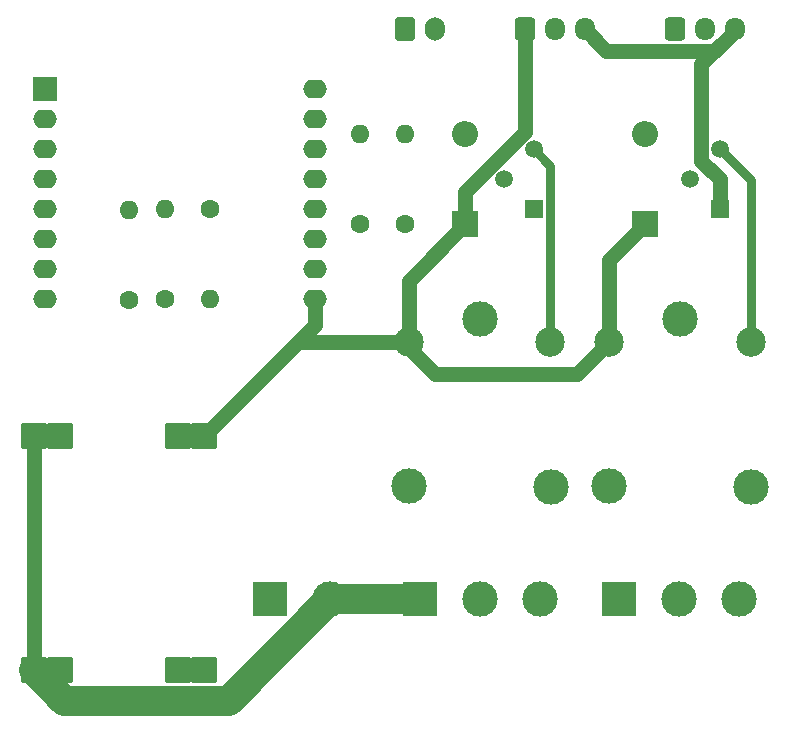
<source format=gbl>
%TF.GenerationSoftware,KiCad,Pcbnew,7.0.10*%
%TF.CreationDate,2024-02-08T08:12:04+01:00*%
%TF.ProjectId,door_relay_sensor,646f6f72-5f72-4656-9c61-795f73656e73,rev?*%
%TF.SameCoordinates,Original*%
%TF.FileFunction,Copper,L2,Bot*%
%TF.FilePolarity,Positive*%
%FSLAX46Y46*%
G04 Gerber Fmt 4.6, Leading zero omitted, Abs format (unit mm)*
G04 Created by KiCad (PCBNEW 7.0.10) date 2024-02-08 08:12:04*
%MOMM*%
%LPD*%
G01*
G04 APERTURE LIST*
G04 Aperture macros list*
%AMRoundRect*
0 Rectangle with rounded corners*
0 $1 Rounding radius*
0 $2 $3 $4 $5 $6 $7 $8 $9 X,Y pos of 4 corners*
0 Add a 4 corners polygon primitive as box body*
4,1,4,$2,$3,$4,$5,$6,$7,$8,$9,$2,$3,0*
0 Add four circle primitives for the rounded corners*
1,1,$1+$1,$2,$3*
1,1,$1+$1,$4,$5*
1,1,$1+$1,$6,$7*
1,1,$1+$1,$8,$9*
0 Add four rect primitives between the rounded corners*
20,1,$1+$1,$2,$3,$4,$5,0*
20,1,$1+$1,$4,$5,$6,$7,0*
20,1,$1+$1,$6,$7,$8,$9,0*
20,1,$1+$1,$8,$9,$2,$3,0*%
G04 Aperture macros list end*
%TA.AperFunction,ComponentPad*%
%ADD10R,3.000000X3.000000*%
%TD*%
%TA.AperFunction,ComponentPad*%
%ADD11C,3.000000*%
%TD*%
%TA.AperFunction,ComponentPad*%
%ADD12R,2.200000X2.200000*%
%TD*%
%TA.AperFunction,ComponentPad*%
%ADD13O,2.200000X2.200000*%
%TD*%
%TA.AperFunction,ComponentPad*%
%ADD14RoundRect,0.250000X-0.600000X-0.750000X0.600000X-0.750000X0.600000X0.750000X-0.600000X0.750000X0*%
%TD*%
%TA.AperFunction,ComponentPad*%
%ADD15O,1.700000X2.000000*%
%TD*%
%TA.AperFunction,ComponentPad*%
%ADD16R,1.500000X1.500000*%
%TD*%
%TA.AperFunction,ComponentPad*%
%ADD17C,1.500000*%
%TD*%
%TA.AperFunction,ComponentPad*%
%ADD18C,1.600000*%
%TD*%
%TA.AperFunction,ComponentPad*%
%ADD19O,1.600000X1.600000*%
%TD*%
%TA.AperFunction,ComponentPad*%
%ADD20RoundRect,0.200000X-0.900000X0.900000X-0.900000X-0.900000X0.900000X-0.900000X0.900000X0.900000X0*%
%TD*%
%TA.AperFunction,ComponentPad*%
%ADD21C,2.500000*%
%TD*%
%TA.AperFunction,ComponentPad*%
%ADD22RoundRect,0.250000X-0.600000X-0.725000X0.600000X-0.725000X0.600000X0.725000X-0.600000X0.725000X0*%
%TD*%
%TA.AperFunction,ComponentPad*%
%ADD23O,1.700000X1.950000*%
%TD*%
%TA.AperFunction,ComponentPad*%
%ADD24O,2.000000X1.600000*%
%TD*%
%TA.AperFunction,ComponentPad*%
%ADD25R,2.000000X2.000000*%
%TD*%
%TA.AperFunction,Conductor*%
%ADD26C,1.270000*%
%TD*%
%TA.AperFunction,Conductor*%
%ADD27C,2.540000*%
%TD*%
%TA.AperFunction,Conductor*%
%ADD28C,0.508000*%
%TD*%
%TA.AperFunction,Conductor*%
%ADD29C,0.800000*%
%TD*%
G04 APERTURE END LIST*
D10*
%TO.P,DoorRelay1,1,Pin_1*%
%TO.N,GND*%
X86360000Y-78740000D03*
D11*
%TO.P,DoorRelay1,2,Pin_2*%
%TO.N,/Relay1_NO*%
X91440000Y-78740000D03*
%TO.P,DoorRelay1,3,Pin_3*%
%TO.N,/Relay1_NC*%
X96520000Y-78740000D03*
%TD*%
D12*
%TO.P,D1,1,K*%
%TO.N,+5V*%
X90170000Y-46990000D03*
D13*
%TO.P,D1,2,A*%
%TO.N,Net-(D1-A)*%
X90170000Y-39370000D03*
%TD*%
D14*
%TO.P,DoorSensor1,1,Pin_1*%
%TO.N,/Door_Sensor*%
X85130000Y-30480000D03*
D15*
%TO.P,DoorSensor1,2,Pin_2*%
%TO.N,+3.3V*%
X87630000Y-30480000D03*
%TD*%
D16*
%TO.P,Q1,1,E*%
%TO.N,GND*%
X96020000Y-45720000D03*
D17*
%TO.P,Q1,2,B*%
%TO.N,Net-(Q1-B)*%
X93480000Y-43180000D03*
%TO.P,Q1,3,C*%
%TO.N,Net-(D1-A)*%
X96020000Y-40640000D03*
%TD*%
D18*
%TO.P,R2,1*%
%TO.N,Net-(Q2-B)*%
X85090000Y-46990000D03*
D19*
%TO.P,R2,2*%
%TO.N,/Relay2*%
X85090000Y-39370000D03*
%TD*%
D10*
%TO.P,Relay1,1,Pin_1*%
%TO.N,/R2_NO*%
X103230206Y-78740000D03*
D11*
%TO.P,Relay1,2,Pin_2*%
%TO.N,/R2_COM*%
X108310206Y-78740000D03*
%TO.P,Relay1,3,Pin_3*%
%TO.N,/R2_NC*%
X113390206Y-78740000D03*
%TD*%
D20*
%TO.P,U2,1,-IN*%
%TO.N,GND*%
X55860000Y-84730000D03*
X53660000Y-84730000D03*
%TO.P,U2,2,+IN*%
%TO.N,+12V*%
X68060000Y-84730000D03*
X65860000Y-84730000D03*
%TO.P,U2,3,OUT-*%
%TO.N,GND*%
X55860000Y-64930000D03*
X53660000Y-64930000D03*
%TO.P,U2,4,OUT+*%
%TO.N,+5V*%
X68060000Y-64930000D03*
X65860000Y-64930000D03*
%TD*%
D11*
%TO.P,K2,1*%
%TO.N,/R2_COM*%
X108416818Y-55009562D03*
D21*
%TO.P,K2,2*%
%TO.N,+5V*%
X102366818Y-56959562D03*
D11*
%TO.P,K2,3*%
%TO.N,/R2_NO*%
X102366818Y-69159562D03*
%TO.P,K2,4*%
%TO.N,/R2_NC*%
X114416818Y-69209562D03*
D21*
%TO.P,K2,5*%
%TO.N,Net-(D2-A)*%
X114366818Y-56959562D03*
%TD*%
D10*
%TO.P,PowerIn1,1,Pin_1*%
%TO.N,+12V*%
X73660000Y-78740000D03*
D11*
%TO.P,PowerIn1,2,Pin_2*%
%TO.N,GND*%
X78740000Y-78740000D03*
%TD*%
%TO.P,K1,1*%
%TO.N,+12V*%
X91440000Y-55000000D03*
D21*
%TO.P,K1,2*%
%TO.N,+5V*%
X85390000Y-56950000D03*
D11*
%TO.P,K1,3*%
%TO.N,/Relay1_NO*%
X85390000Y-69150000D03*
%TO.P,K1,4*%
%TO.N,/Relay1_NC*%
X97440000Y-69200000D03*
D21*
%TO.P,K1,5*%
%TO.N,Net-(D1-A)*%
X97390000Y-56950000D03*
%TD*%
D18*
%TO.P,R3,1*%
%TO.N,Net-(MotionSensor1-Pin_2)*%
X61705783Y-53349927D03*
D19*
%TO.P,R3,2*%
%TO.N,/Motion_Sensor*%
X61705783Y-45729927D03*
%TD*%
D12*
%TO.P,D2,1,K*%
%TO.N,+5V*%
X105410000Y-46990000D03*
D13*
%TO.P,D2,2,A*%
%TO.N,Net-(D2-A)*%
X105410000Y-39370000D03*
%TD*%
D22*
%TO.P,MotionSensor1,1,Pin_1*%
%TO.N,+12V*%
X107990000Y-30480000D03*
D23*
%TO.P,MotionSensor1,2,Pin_2*%
%TO.N,Net-(MotionSensor1-Pin_2)*%
X110490000Y-30480000D03*
%TO.P,MotionSensor1,3,Pin_3*%
%TO.N,GND*%
X112990000Y-30480000D03*
%TD*%
D18*
%TO.P,R1,1*%
%TO.N,Net-(Q1-B)*%
X81280000Y-46990000D03*
D19*
%TO.P,R1,2*%
%TO.N,/Relay1*%
X81280000Y-39370000D03*
%TD*%
D16*
%TO.P,Q2,1,E*%
%TO.N,GND*%
X111760000Y-45720000D03*
D17*
%TO.P,Q2,2,B*%
%TO.N,Net-(Q2-B)*%
X109220000Y-43180000D03*
%TO.P,Q2,3,C*%
%TO.N,Net-(D2-A)*%
X111760000Y-40640000D03*
%TD*%
D18*
%TO.P,R5,1*%
%TO.N,/Door_Sensor*%
X68580000Y-45720000D03*
D19*
%TO.P,R5,2*%
%TO.N,GND*%
X68580000Y-53340000D03*
%TD*%
D24*
%TO.P,U1,16,TX*%
%TO.N,unconnected-(U1-TX-Pad16)*%
X77470000Y-35560000D03*
%TO.P,U1,15,RX*%
%TO.N,unconnected-(U1-RX-Pad15)*%
X77470000Y-38100000D03*
%TO.P,U1,14,SCL/D1*%
%TO.N,/Relay2*%
X77470000Y-40640000D03*
%TO.P,U1,13,SDA/D2*%
%TO.N,/Relay1*%
X77470000Y-43180000D03*
%TO.P,U1,12,D3*%
%TO.N,unconnected-(U1-D3-Pad12)*%
X77470000Y-45720000D03*
%TO.P,U1,11,D4*%
%TO.N,unconnected-(U1-D4-Pad11)*%
X77470000Y-48260000D03*
%TO.P,U1,10,GND*%
%TO.N,GND*%
X77470000Y-50800000D03*
%TO.P,U1,9,5V*%
%TO.N,+5V*%
X77470000Y-53340000D03*
%TO.P,U1,8,3V3*%
%TO.N,+3.3V*%
X54610000Y-53340000D03*
%TO.P,U1,7,CS/D8*%
%TO.N,unconnected-(U1-CS{slash}D8-Pad7)*%
X54610000Y-50800000D03*
%TO.P,U1,6,MOSI/D7*%
%TO.N,/Temp_Sensor*%
X54610000Y-48260000D03*
%TO.P,U1,5,MISO/D6*%
%TO.N,/Motion_Sensor*%
X54610000Y-45720000D03*
%TO.P,U1,4,SCK/D5*%
%TO.N,/Door_Sensor*%
X54610000Y-43180000D03*
%TO.P,U1,3,D0*%
%TO.N,unconnected-(U1-D0-Pad3)*%
X54610000Y-40640000D03*
%TO.P,U1,2,A0*%
%TO.N,unconnected-(U1-A0-Pad2)*%
X54610000Y-38100000D03*
D25*
%TO.P,U1,1,~{RST}*%
%TO.N,unconnected-(U1-~{RST}-Pad1)*%
X54610000Y-35560000D03*
%TD*%
D18*
%TO.P,R4,1*%
%TO.N,GND*%
X64770000Y-53340000D03*
D19*
%TO.P,R4,2*%
%TO.N,/Motion_Sensor*%
X64770000Y-45720000D03*
%TD*%
D22*
%TO.P,TempSensor1,1,Pin_1*%
%TO.N,+5V*%
X95290000Y-30480000D03*
D23*
%TO.P,TempSensor1,2,Pin_2*%
%TO.N,/Temp_Sensor*%
X97790000Y-30480000D03*
%TO.P,TempSensor1,3,Pin_3*%
%TO.N,GND*%
X100290000Y-30480000D03*
%TD*%
D26*
%TO.N,GND*%
X53660000Y-64930000D02*
X55860000Y-64930000D01*
D27*
X86360000Y-78740000D02*
X78740000Y-78740000D01*
X56230000Y-87300000D02*
X53660000Y-84730000D01*
X70180000Y-87300000D02*
X56230000Y-87300000D01*
D26*
X102100000Y-32290000D02*
X111305000Y-32290000D01*
X55880000Y-64910000D02*
X55860000Y-64930000D01*
X112990000Y-30605000D02*
X110175000Y-33420000D01*
X111305000Y-32290000D02*
X112990000Y-30605000D01*
X55860000Y-84730000D02*
X55860000Y-86930000D01*
X53660000Y-64930000D02*
X53660000Y-84730000D01*
X100290000Y-30480000D02*
X102100000Y-32290000D01*
X110175000Y-41595000D02*
X111760000Y-43180000D01*
X112990000Y-30605000D02*
X112990000Y-30480000D01*
X112990000Y-30480000D02*
X112990000Y-30355000D01*
X53660000Y-84730000D02*
X55860000Y-84730000D01*
X100290000Y-30480000D02*
X100330000Y-30480000D01*
X110175000Y-33420000D02*
X110175000Y-41595000D01*
X55860000Y-86930000D02*
X56230000Y-87300000D01*
D27*
X78740000Y-78740000D02*
X70180000Y-87300000D01*
D26*
X111760000Y-43180000D02*
X111760000Y-45720000D01*
%TO.N,+5V*%
X76020000Y-56970000D02*
X76040000Y-56950000D01*
D28*
X85383662Y-56943662D02*
X85390000Y-56950000D01*
D26*
X90170000Y-44248471D02*
X90170000Y-46990000D01*
X95290000Y-39128471D02*
X90170000Y-44248471D01*
X95290000Y-30480000D02*
X95290000Y-39128471D01*
X84890000Y-56950000D02*
X87630000Y-59690000D01*
X85390000Y-51770000D02*
X85390000Y-56950000D01*
X87630000Y-59690000D02*
X99639492Y-59690000D01*
D28*
X102025860Y-56596368D02*
X102379492Y-56950000D01*
D26*
X90170000Y-46990000D02*
X85390000Y-51770000D01*
X102379492Y-50020508D02*
X102379492Y-56950000D01*
X99639492Y-59690000D02*
X102379492Y-56950000D01*
X82550000Y-56950000D02*
X84890000Y-56950000D01*
X76040000Y-56950000D02*
X82550000Y-56950000D01*
X68060000Y-64930000D02*
X76020000Y-56970000D01*
X76020000Y-56970000D02*
X77470000Y-55520000D01*
X82550000Y-56950000D02*
X85390000Y-56950000D01*
X105410000Y-46990000D02*
X102379492Y-50020508D01*
X77470000Y-55520000D02*
X77470000Y-53340000D01*
X65860000Y-64930000D02*
X68060000Y-64930000D01*
D28*
X102077611Y-56648119D02*
X102379492Y-56950000D01*
D29*
%TO.N,Net-(D1-A)*%
X96020000Y-40640000D02*
X97390000Y-42010000D01*
X97390000Y-42010000D02*
X97390000Y-56950000D01*
D26*
X97290000Y-56850000D02*
X97390000Y-56950000D01*
%TO.N,Net-(D2-A)*%
X114300000Y-56870508D02*
X114379492Y-56950000D01*
D29*
X114379492Y-43259492D02*
X114379492Y-56950000D01*
X111760000Y-40640000D02*
X114379492Y-43259492D01*
%TD*%
M02*

</source>
